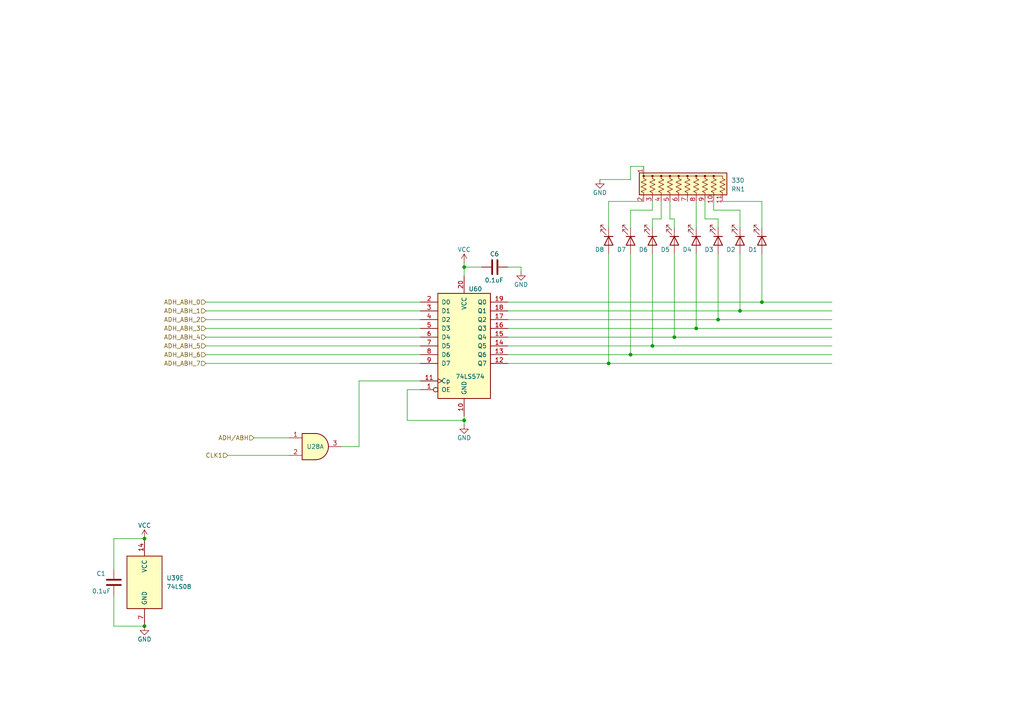
<source format=kicad_sch>
(kicad_sch (version 20230121) (generator eeschema)
  (paper "A4")
  (title_block (title "Address Bus High Register (ABH)") (date "2023-07-20") (rev "1"))
  (lib_symbols
    (symbol "74xx:74LS08" (pin_names (offset 1.016))
      (property "Reference" "U" (at 0 1.27 0))
      (property "Value" "74LS08" (at 0 -1.27 0))
      (symbol "74LS08_1_1"
        (arc (start 0 -3.81) (mid 3.7934 0) (end 0 3.81) (stroke (width 0.254)) (fill (type background)))
        (polyline (pts (xy 0 3.81) (xy -3.81 3.81) (xy -3.81 -3.81) (xy 0 -3.81)) (stroke (width 0.254)) (fill (type background)))
        (pin input line (at -7.62 2.54 0) (length 3.81) (name "~") (number "1"))
        (pin input line (at -7.62 -2.54 0) (length 3.81) (name "~") (number "2"))
        (pin output line (at 7.62 0 180) (length 3.81) (name "~") (number "3"))
      )
      (symbol "74LS08_1_2"
        (arc (start -3.81 -3.81) (mid -2.589 0) (end -3.81 3.81) (stroke (width 0.254)))
        (arc (start -0.6096 -3.81) (mid 2.1842 -2.5851) (end 3.81 0) (stroke (width 0.254)) (fill (type background)))
        (polyline (pts (xy -3.81 -3.81) (xy -0.635 -3.81)) (stroke (width 0.254)) (fill (type background)))
        (polyline (pts (xy -3.81 3.81) (xy -0.635 3.81)) (stroke (width 0.254)) (fill (type background)))
        (polyline (pts (xy -0.635 3.81) (xy -3.81 3.81) (xy -3.81 3.81) (xy -3.556 3.4036) (xy -3.0226 2.2606) (xy -2.6924 1.0414) (xy -2.6162 -0.254) (xy -2.7686 -1.4986) (xy -3.175 -2.7178) (xy -3.81 -3.81) (xy -3.81 -3.81) (xy -0.635 -3.81)) (stroke (width -25.4)) (fill (type background)))
        (arc (start 3.81 0) (mid 2.1915 2.5936) (end -0.6096 3.81) (stroke (width 0.254)) (fill (type background)))
        (pin input inverted (at -7.62 2.54 0) (length 4.318) (name "~") (number "1"))
        (pin input inverted (at -7.62 -2.54 0) (length 4.318) (name "~") (number "2"))
        (pin output inverted (at 7.62 0 180) (length 3.81) (name "~") (number "3"))
      )
      (symbol "74LS08_2_1"
        (arc (start 0 -3.81) (mid 3.7934 0) (end 0 3.81) (stroke (width 0.254)) (fill (type background)))
        (polyline (pts (xy 0 3.81) (xy -3.81 3.81) (xy -3.81 -3.81) (xy 0 -3.81)) (stroke (width 0.254)) (fill (type background)))
        (pin input line (at -7.62 2.54 0) (length 3.81) (name "~") (number "4"))
        (pin input line (at -7.62 -2.54 0) (length 3.81) (name "~") (number "5"))
        (pin output line (at 7.62 0 180) (length 3.81) (name "~") (number "6"))
      )
      (symbol "74LS08_2_2"
        (arc (start -3.81 -3.81) (mid -2.589 0) (end -3.81 3.81) (stroke (width 0.254)))
        (arc (start -0.6096 -3.81) (mid 2.1842 -2.5851) (end 3.81 0) (stroke (width 0.254)) (fill (type background)))
        (polyline (pts (xy -3.81 -3.81) (xy -0.635 -3.81)) (stroke (width 0.254)) (fill (type background)))
        (polyline (pts (xy -3.81 3.81) (xy -0.635 3.81)) (stroke (width 0.254)) (fill (type background)))
        (polyline (pts (xy -0.635 3.81) (xy -3.81 3.81) (xy -3.81 3.81) (xy -3.556 3.4036) (xy -3.0226 2.2606) (xy -2.6924 1.0414) (xy -2.6162 -0.254) (xy -2.7686 -1.4986) (xy -3.175 -2.7178) (xy -3.81 -3.81) (xy -3.81 -3.81) (xy -0.635 -3.81)) (stroke (width -25.4)) (fill (type background)))
        (arc (start 3.81 0) (mid 2.1915 2.5936) (end -0.6096 3.81) (stroke (width 0.254)) (fill (type background)))
        (pin input inverted (at -7.62 2.54 0) (length 4.318) (name "~") (number "4"))
        (pin input inverted (at -7.62 -2.54 0) (length 4.318) (name "~") (number "5"))
        (pin output inverted (at 7.62 0 180) (length 3.81) (name "~") (number "6"))
      )
      (symbol "74LS08_3_1"
        (arc (start 0 -3.81) (mid 3.7934 0) (end 0 3.81) (stroke (width 0.254)) (fill (type background)))
        (polyline (pts (xy 0 3.81) (xy -3.81 3.81) (xy -3.81 -3.81) (xy 0 -3.81)) (stroke (width 0.254)) (fill (type background)))
        (pin input line (at -7.62 -2.54 0) (length 3.81) (name "~") (number "10"))
        (pin output line (at 7.62 0 180) (length 3.81) (name "~") (number "8"))
        (pin input line (at -7.62 2.54 0) (length 3.81) (name "~") (number "9"))
      )
      (symbol "74LS08_3_2"
        (arc (start -3.81 -3.81) (mid -2.589 0) (end -3.81 3.81) (stroke (width 0.254)))
        (arc (start -0.6096 -3.81) (mid 2.1842 -2.5851) (end 3.81 0) (stroke (width 0.254)) (fill (type background)))
        (polyline (pts (xy -3.81 -3.81) (xy -0.635 -3.81)) (stroke (width 0.254)) (fill (type background)))
        (polyline (pts (xy -3.81 3.81) (xy -0.635 3.81)) (stroke (width 0.254)) (fill (type background)))
        (polyline (pts (xy -0.635 3.81) (xy -3.81 3.81) (xy -3.81 3.81) (xy -3.556 3.4036) (xy -3.0226 2.2606) (xy -2.6924 1.0414) (xy -2.6162 -0.254) (xy -2.7686 -1.4986) (xy -3.175 -2.7178) (xy -3.81 -3.81) (xy -3.81 -3.81) (xy -0.635 -3.81)) (stroke (width -25.4)) (fill (type background)))
        (arc (start 3.81 0) (mid 2.1915 2.5936) (end -0.6096 3.81) (stroke (width 0.254)) (fill (type background)))
        (pin input inverted (at -7.62 -2.54 0) (length 4.318) (name "~") (number "10"))
        (pin output inverted (at 7.62 0 180) (length 3.81) (name "~") (number "8"))
        (pin input inverted (at -7.62 2.54 0) (length 4.318) (name "~") (number "9"))
      )
      (symbol "74LS08_4_1"
        (arc (start 0 -3.81) (mid 3.7934 0) (end 0 3.81) (stroke (width 0.254)) (fill (type background)))
        (polyline (pts (xy 0 3.81) (xy -3.81 3.81) (xy -3.81 -3.81) (xy 0 -3.81)) (stroke (width 0.254)) (fill (type background)))
        (pin output line (at 7.62 0 180) (length 3.81) (name "~") (number "11"))
        (pin input line (at -7.62 2.54 0) (length 3.81) (name "~") (number "12"))
        (pin input line (at -7.62 -2.54 0) (length 3.81) (name "~") (number "13"))
      )
      (symbol "74LS08_4_2"
        (arc (start -3.81 -3.81) (mid -2.589 0) (end -3.81 3.81) (stroke (width 0.254)))
        (arc (start -0.6096 -3.81) (mid 2.1842 -2.5851) (end 3.81 0) (stroke (width 0.254)) (fill (type background)))
        (polyline (pts (xy -3.81 -3.81) (xy -0.635 -3.81)) (stroke (width 0.254)) (fill (type background)))
        (polyline (pts (xy -3.81 3.81) (xy -0.635 3.81)) (stroke (width 0.254)) (fill (type background)))
        (polyline (pts (xy -0.635 3.81) (xy -3.81 3.81) (xy -3.81 3.81) (xy -3.556 3.4036) (xy -3.0226 2.2606) (xy -2.6924 1.0414) (xy -2.6162 -0.254) (xy -2.7686 -1.4986) (xy -3.175 -2.7178) (xy -3.81 -3.81) (xy -3.81 -3.81) (xy -0.635 -3.81)) (stroke (width -25.4)) (fill (type background)))
        (arc (start 3.81 0) (mid 2.1915 2.5936) (end -0.6096 3.81) (stroke (width 0.254)) (fill (type background)))
        (pin output inverted (at 7.62 0 180) (length 3.81) (name "~") (number "11"))
        (pin input inverted (at -7.62 2.54 0) (length 4.318) (name "~") (number "12"))
        (pin input inverted (at -7.62 -2.54 0) (length 4.318) (name "~") (number "13"))
      )
      (symbol "74LS08_5_0"
        (pin power_in line (at 0 12.7 270) (length 5.08) (name "VCC") (number "14"))
        (pin power_in line (at 0 -12.7 90) (length 5.08) (name "GND") (number "7"))
      )
      (symbol "74LS08_5_1"
        (rectangle (start -5.08 7.62) (end 5.08 -7.62) (stroke (width 0.254)) (fill (type background)))
      )
    )
    (symbol "74xx:74LS574" (pin_names (offset 1.016))
      (property "Reference" "U" (at -7.62 16.51 0))
      (property "Value" "74LS574" (at -7.62 -16.51 0))
      (symbol "74LS574_1_0"
        (pin input inverted (at -12.7 -12.7 0) (length 5.08) (name "OE") (number "1"))
        (pin power_in line (at 0 -20.32 90) (length 5.08) (name "GND") (number "10"))
        (pin input clock (at -12.7 -10.16 0) (length 5.08) (name "Cp") (number "11"))
        (pin tri_state line (at 12.7 -5.08 180) (length 5.08) (name "Q7") (number "12"))
        (pin tri_state line (at 12.7 -2.54 180) (length 5.08) (name "Q6") (number "13"))
        (pin tri_state line (at 12.7 0 180) (length 5.08) (name "Q5") (number "14"))
        (pin tri_state line (at 12.7 2.54 180) (length 5.08) (name "Q4") (number "15"))
        (pin tri_state line (at 12.7 5.08 180) (length 5.08) (name "Q3") (number "16"))
        (pin tri_state line (at 12.7 7.62 180) (length 5.08) (name "Q2") (number "17"))
        (pin tri_state line (at 12.7 10.16 180) (length 5.08) (name "Q1") (number "18"))
        (pin tri_state line (at 12.7 12.7 180) (length 5.08) (name "Q0") (number "19"))
        (pin input line (at -12.7 12.7 0) (length 5.08) (name "D0") (number "2"))
        (pin power_in line (at 0 20.32 270) (length 5.08) (name "VCC") (number "20"))
        (pin input line (at -12.7 10.16 0) (length 5.08) (name "D1") (number "3"))
        (pin input line (at -12.7 7.62 0) (length 5.08) (name "D2") (number "4"))
        (pin input line (at -12.7 5.08 0) (length 5.08) (name "D3") (number "5"))
        (pin input line (at -12.7 2.54 0) (length 5.08) (name "D4") (number "6"))
        (pin input line (at -12.7 0 0) (length 5.08) (name "D5") (number "7"))
        (pin input line (at -12.7 -2.54 0) (length 5.08) (name "D6") (number "8"))
        (pin input line (at -12.7 -5.08 0) (length 5.08) (name "D7") (number "9"))
      )
      (symbol "74LS574_1_1"
        (rectangle (start -7.62 15.24) (end 7.62 -15.24) (stroke (width 0.254)) (fill (type background)))
      )
    )
    (symbol "Device:C" (pin_numbers hide) (pin_names (offset 0.254))
      (property "Reference" "C" (at 0.635 2.54 0))
      (property "Value" "C" (at 0.635 -2.54 0))
      (symbol "C_0_1"
        (polyline (pts (xy -2.032 -0.762) (xy 2.032 -0.762)) (stroke (width 0.508)))
        (polyline (pts (xy -2.032 0.762) (xy 2.032 0.762)) (stroke (width 0.508)))
      )
      (symbol "C_1_1"
        (pin passive line (at 0 3.81 270) (length 2.794) (name "~") (number "1"))
        (pin passive line (at 0 -3.81 90) (length 2.794) (name "~") (number "2"))
      )
    )
    (symbol "Device:LED" (pin_numbers hide) (pin_names (offset 1.016) hide)
      (property "Reference" "D" (at 0 2.54 0))
      (property "Value" "LED" (at 0 -2.54 0))
      (symbol "LED_0_1"
        (polyline (pts (xy -1.27 -1.27) (xy -1.27 1.27)) (stroke (width 0.254)))
        (polyline (pts (xy -1.27 0) (xy 1.27 0)))
        (polyline (pts (xy 1.27 -1.27) (xy 1.27 1.27) (xy -1.27 0) (xy 1.27 -1.27)) (stroke (width 0.254)))
        (polyline (pts (xy -3.048 -0.762) (xy -4.572 -2.286) (xy -3.81 -2.286) (xy -4.572 -2.286) (xy -4.572 -1.524)))
        (polyline (pts (xy -1.778 -0.762) (xy -3.302 -2.286) (xy -2.54 -2.286) (xy -3.302 -2.286) (xy -3.302 -1.524)))
      )
      (symbol "LED_1_1"
        (pin passive line (at -3.81 0 0) (length 2.54) (name "K") (number "1"))
        (pin passive line (at 3.81 0 180) (length 2.54) (name "A") (number "2"))
      )
    )
    (symbol "Device:R_Network10_US" (pin_names (offset 0) hide)
      (property "Reference" "RN" (at -15.24 0 90))
      (property "Value" "R_Network10_US" (at 12.7 0 90))
      (symbol "R_Network10_US_0_1"
        (rectangle (start -13.97 -3.175) (end 11.43 3.175) (stroke (width 0.254)) (fill (type background)))
        (circle (center -12.7 2.286) (radius 0.254) (fill (type outline)))
        (circle (center -10.16 2.286) (radius 0.254) (fill (type outline)))
        (circle (center -7.62 2.286) (radius 0.254) (fill (type outline)))
        (circle (center -5.08 2.286) (radius 0.254) (fill (type outline)))
        (circle (center -2.54 2.286) (radius 0.254) (fill (type outline)))
        (polyline (pts (xy -12.7 2.286) (xy 10.16 2.286)))
        (polyline (pts (xy -12.7 2.286) (xy -12.7 1.524) (xy -11.938 1.1684) (xy -13.462 0.508) (xy -11.938 -0.1524) (xy -13.462 -0.8382) (xy -11.938 -1.524) (xy -13.462 -2.1844) (xy -12.7 -2.54) (xy -12.7 -3.81)))
        (polyline (pts (xy -10.16 2.286) (xy -10.16 1.524) (xy -9.398 1.1684) (xy -10.922 0.508) (xy -9.398 -0.1524) (xy -10.922 -0.8382) (xy -9.398 -1.524) (xy -10.922 -2.1844) (xy -10.16 -2.54) (xy -10.16 -3.81)))
        (polyline (pts (xy -7.62 2.286) (xy -7.62 1.524) (xy -6.858 1.1684) (xy -8.382 0.508) (xy -6.858 -0.1524) (xy -8.382 -0.8382) (xy -6.858 -1.524) (xy -8.382 -2.1844) (xy -7.62 -2.54) (xy -7.62 -3.81)))
        (polyline (pts (xy -5.08 2.286) (xy -5.08 1.524) (xy -4.318 1.1684) (xy -5.842 0.508) (xy -4.318 -0.1524) (xy -5.842 -0.8382) (xy -4.318 -1.524) (xy -5.842 -2.1844) (xy -5.08 -2.54) (xy -5.08 -3.81)))
        (polyline (pts (xy -2.54 2.286) (xy -2.54 1.524) (xy -1.778 1.1684) (xy -3.302 0.508) (xy -1.778 -0.1524) (xy -3.302 -0.8382) (xy -1.778 -1.524) (xy -3.302 -2.1844) (xy -2.54 -2.54) (xy -2.54 -3.81)))
        (polyline (pts (xy 0 2.286) (xy 0 1.524) (xy 0.762 1.1684) (xy -0.762 0.508) (xy 0.762 -0.1524) (xy -0.762 -0.8382) (xy 0.762 -1.524) (xy -0.762 -2.1844) (xy 0 -2.54) (xy 0 -3.81)))
        (polyline (pts (xy 2.54 2.286) (xy 2.54 1.524) (xy 3.302 1.1684) (xy 1.778 0.508) (xy 3.302 -0.1524) (xy 1.778 -0.8382) (xy 3.302 -1.524) (xy 1.778 -2.1844) (xy 2.54 -2.54) (xy 2.54 -3.81)))
        (polyline (pts (xy 5.08 2.286) (xy 5.08 1.524) (xy 5.842 1.1684) (xy 4.318 0.508) (xy 5.842 -0.1524) (xy 4.318 -0.8382) (xy 5.842 -1.524) (xy 4.318 -2.1844) (xy 5.08 -2.54) (xy 5.08 -3.81)))
        (polyline (pts (xy 7.62 2.286) (xy 7.62 1.524) (xy 8.382 1.1684) (xy 6.858 0.508) (xy 8.382 -0.1524) (xy 6.858 -0.8382) (xy 8.382 -1.524) (xy 6.858 -2.1844) (xy 7.62 -2.54) (xy 7.62 -3.81)))
        (polyline (pts (xy 10.16 2.286) (xy 10.16 1.524) (xy 10.922 1.1684) (xy 9.398 0.508) (xy 10.922 -0.1524) (xy 9.398 -0.8382) (xy 10.922 -1.524) (xy 9.398 -2.1844) (xy 10.16 -2.54) (xy 10.16 -3.81)))
        (circle (center 0 2.286) (radius 0.254) (fill (type outline)))
        (circle (center 2.54 2.286) (radius 0.254) (fill (type outline)))
        (circle (center 5.08 2.286) (radius 0.254) (fill (type outline)))
        (circle (center 7.62 2.286) (radius 0.254) (fill (type outline)))
      )
      (symbol "R_Network10_US_1_1"
        (pin passive line (at -12.7 5.08 270) (length 2.54) (name "common") (number "1"))
        (pin passive line (at 7.62 -5.08 90) (length 1.27) (name "R9") (number "10"))
        (pin passive line (at 10.16 -5.08 90) (length 1.27) (name "R10") (number "11"))
        (pin passive line (at -12.7 -5.08 90) (length 1.27) (name "R1") (number "2"))
        (pin passive line (at -10.16 -5.08 90) (length 1.27) (name "R2") (number "3"))
        (pin passive line (at -7.62 -5.08 90) (length 1.27) (name "R3") (number "4"))
        (pin passive line (at -5.08 -5.08 90) (length 1.27) (name "R4") (number "5"))
        (pin passive line (at -2.54 -5.08 90) (length 1.27) (name "R5") (number "6"))
        (pin passive line (at 0 -5.08 90) (length 1.27) (name "R6") (number "7"))
        (pin passive line (at 2.54 -5.08 90) (length 1.27) (name "R7") (number "8"))
        (pin passive line (at 5.08 -5.08 90) (length 1.27) (name "R8") (number "9"))
      )
    )
    (symbol "power:GND" (power) (pin_names (offset 0))
      (property "Value" "GND" (at 0 -3.81 0))
      (symbol "GND_0_1"
        (polyline (pts (xy 0 0) (xy 0 -1.27) (xy 1.27 -1.27) (xy 0 -2.54) (xy -1.27 -1.27) (xy 0 -1.27)))
      )
      (symbol "GND_1_1"
        (pin power_in line (at 0 0 270) (length 0) hide (name "GND") (number "1"))
      )
    )
    (symbol "power:VCC" (power) (pin_names (offset 0))
      (property "Value" "VCC" (at 0 3.81 0))
      (symbol "VCC_0_1"
        (polyline (pts (xy -0.762 1.27) (xy 0 2.54)))
        (polyline (pts (xy 0 0) (xy 0 2.54)))
        (polyline (pts (xy 0 2.54) (xy 0.762 1.27)))
      )
      (symbol "VCC_1_1"
        (pin power_in line (at 0 0 90) (length 0) hide (name "VCC") (number "1"))
      )
    )
  )
  (junction (at 134.62 77.47))
  (junction (at 201.93 95.25))
  (junction (at 134.62 121.92))
  (junction (at 182.88 102.87))
  (junction (at 41.91 156.21))
  (junction (at 41.91 181.61))
  (junction (at 214.63 90.17))
  (junction (at 208.28 92.71))
  (junction (at 176.53 105.41))
  (junction (at 189.23 100.33))
  (junction (at 195.58 97.79))
  (junction (at 220.98 87.63))
  (wire (pts (xy 147.32 90.17) (xy 214.63 90.17)))
  (wire (pts (xy 59.69 90.17) (xy 121.92 90.17)))
  (wire (pts (xy 33.02 156.21) (xy 41.91 156.21)))
  (wire (pts (xy 195.58 97.79) (xy 241.3 97.79)))
  (wire (pts (xy 220.98 73.66) (xy 220.98 87.63)))
  (wire (pts (xy 194.31 63.5) (xy 194.31 58.42)))
  (wire (pts (xy 147.32 87.63) (xy 220.98 87.63)))
  (wire (pts (xy 59.69 97.79) (xy 121.92 97.79)))
  (wire (pts (xy 204.47 63.5) (xy 208.28 63.5)))
  (wire (pts (xy 220.98 58.42) (xy 220.98 66.04)))
  (wire (pts (xy 191.77 58.42) (xy 191.77 63.5)))
  (wire (pts (xy 33.02 172.72) (xy 33.02 181.61)))
  (wire (pts (xy 134.62 77.47) (xy 134.62 80.01)))
  (wire (pts (xy 209.55 58.42) (xy 220.98 58.42)))
  (wire (pts (xy 147.32 92.71) (xy 208.28 92.71)))
  (wire (pts (xy 147.32 77.47) (xy 151.13 77.47)))
  (wire (pts (xy 33.02 165.1) (xy 33.02 156.21)))
  (wire (pts (xy 147.32 105.41) (xy 176.53 105.41)))
  (wire (pts (xy 189.23 63.5) (xy 189.23 66.04)))
  (wire (pts (xy 207.01 60.96) (xy 214.63 60.96)))
  (wire (pts (xy 189.23 60.96) (xy 189.23 58.42)))
  (wire (pts (xy 59.69 92.71) (xy 121.92 92.71)))
  (wire (pts (xy 118.11 113.03) (xy 118.11 121.92)))
  (wire (pts (xy 189.23 73.66) (xy 189.23 100.33)))
  (wire (pts (xy 151.13 77.47) (xy 151.13 78.74)))
  (wire (pts (xy 186.69 58.42) (xy 176.53 58.42)))
  (wire (pts (xy 147.32 97.79) (xy 195.58 97.79)))
  (wire (pts (xy 214.63 60.96) (xy 214.63 66.04)))
  (wire (pts (xy 134.62 77.47) (xy 139.7 77.47)))
  (wire (pts (xy 201.93 58.42) (xy 201.93 66.04)))
  (wire (pts (xy 173.99 52.07) (xy 182.88 52.07)))
  (wire (pts (xy 59.69 87.63) (xy 121.92 87.63)))
  (wire (pts (xy 204.47 58.42) (xy 204.47 63.5)))
  (wire (pts (xy 134.62 121.92) (xy 134.62 120.65)))
  (wire (pts (xy 182.88 60.96) (xy 182.88 66.04)))
  (wire (pts (xy 147.32 100.33) (xy 189.23 100.33)))
  (wire (pts (xy 33.02 181.61) (xy 41.91 181.61)))
  (wire (pts (xy 182.88 52.07) (xy 182.88 48.26)))
  (wire (pts (xy 66.04 132.08) (xy 83.82 132.08)))
  (wire (pts (xy 208.28 63.5) (xy 208.28 66.04)))
  (wire (pts (xy 207.01 60.96) (xy 207.01 58.42)))
  (wire (pts (xy 176.53 73.66) (xy 176.53 105.41)))
  (wire (pts (xy 220.98 87.63) (xy 241.3 87.63)))
  (wire (pts (xy 182.88 73.66) (xy 182.88 102.87)))
  (wire (pts (xy 214.63 90.17) (xy 241.3 90.17)))
  (wire (pts (xy 104.14 110.49) (xy 121.92 110.49)))
  (wire (pts (xy 147.32 95.25) (xy 201.93 95.25)))
  (wire (pts (xy 208.28 73.66) (xy 208.28 92.71)))
  (wire (pts (xy 99.06 129.54) (xy 104.14 129.54)))
  (wire (pts (xy 182.88 102.87) (xy 241.3 102.87)))
  (wire (pts (xy 208.28 92.71) (xy 241.3 92.71)))
  (wire (pts (xy 104.14 110.49) (xy 104.14 129.54)))
  (wire (pts (xy 134.62 123.19) (xy 134.62 121.92)))
  (wire (pts (xy 59.69 95.25) (xy 121.92 95.25)))
  (wire (pts (xy 214.63 73.66) (xy 214.63 90.17)))
  (wire (pts (xy 182.88 48.26) (xy 186.69 48.26)))
  (wire (pts (xy 189.23 60.96) (xy 182.88 60.96)))
  (wire (pts (xy 176.53 58.42) (xy 176.53 66.04)))
  (wire (pts (xy 195.58 63.5) (xy 194.31 63.5)))
  (wire (pts (xy 147.32 102.87) (xy 182.88 102.87)))
  (wire (pts (xy 59.69 105.41) (xy 121.92 105.41)))
  (wire (pts (xy 189.23 100.33) (xy 241.3 100.33)))
  (wire (pts (xy 195.58 73.66) (xy 195.58 97.79)))
  (wire (pts (xy 59.69 102.87) (xy 121.92 102.87)))
  (wire (pts (xy 134.62 76.2) (xy 134.62 77.47)))
  (wire (pts (xy 201.93 95.25) (xy 241.3 95.25)))
  (wire (pts (xy 191.77 63.5) (xy 189.23 63.5)))
  (wire (pts (xy 59.69 100.33) (xy 121.92 100.33)))
  (wire (pts (xy 201.93 73.66) (xy 201.93 95.25)))
  (wire (pts (xy 176.53 105.41) (xy 241.3 105.41)))
  (wire (pts (xy 195.58 66.04) (xy 195.58 63.5)))
  (wire (pts (xy 73.66 127) (xy 83.82 127)))
  (wire (pts (xy 118.11 121.92) (xy 134.62 121.92)))
  (wire (pts (xy 121.92 113.03) (xy 118.11 113.03)))
  (hierarchical_label "ADH_ABH_1" (shape input) (at 59.69 90.17 180))
  (hierarchical_label "CLK1" (shape input) (at 66.04 132.08 180))
  (hierarchical_label "ADH_ABH_6" (shape input) (at 59.7205 102.87 180))
  (hierarchical_label "ADH{slash}ABH" (shape input) (at 73.66 127 180))
  (hierarchical_label "ADH_ABH_3" (shape input) (at 59.69 95.25 180))
  (hierarchical_label "ADH_ABH_7" (shape input) (at 59.69 105.41 180))
  (hierarchical_label "ADH_ABH_5" (shape input) (at 59.69 100.33 180))
  (hierarchical_label "ADH_ABH_4" (shape input) (at 59.69 97.79 180))
  (hierarchical_label "ADH_ABH_0" (shape input) (at 59.69 87.63 180))
  (hierarchical_label "ADH_ABH_2" (shape input) (at 59.69 92.71 180))
  (symbol (lib_id "Device:R_Network10_US") (at 199.39 53.34 0) (unit 1)
    (property "Reference" "RN1" (at 212.09 54.864 0) (effects (justify left)))
    (property "Value" "330" (at 212.09 52.324 0) (effects (justify left)))
    (property "Footprint" "Resistor_THT:R_Array_SIP11" (effects hide))
    (property "Datasheet" "http://www.vishay.com/docs/31509/csc.pdf" (effects hide))
    (instances (project "8bit_CPU-V0_1" (path "" (reference "RN1") (unit 1)) (path "" (reference "RN4") (unit 1)) (path "" (reference "RN7") (unit 1)) (path "" (reference "RN8") (unit 1)) (path "" (reference "RN9") (unit 1))))
  )
  (symbol (lib_id "power:GND") (at 134.62 123.19 0) (unit 1)
    (property "Reference" "#PWR05" (effects hide))
    (property "Value" "GND" (at 134.62 127 0))
    (instances (project "8bit_CPU-V0_1" (path "" (reference "#PWR05") (unit 1)) (path "" (reference "#PWR029") (unit 1)) (path "" (reference "#PWR057") (unit 1)) (path "" (reference "#PWR0203") (unit 1)) (path "" (reference "#PWR0205") (unit 1)) (path "" (reference "#PWR0235") (unit 1)) (path "" (reference "#PWR0239") (unit 1))))
  )
  (symbol (lib_id "Device:C") (at 143.51 77.47 90) (unit 1)
    (property "Reference" "C6" (at 144.78 73.66 90) (effects (justify left)))
    (property "Value" "0.1uF" (at 146.05 81.28 90) (effects (justify left)))
    (instances (project "8bit_CPU-V0_1" (path "" (reference "C6") (unit 1)) (path "" (reference "C12") (unit 1)) (path "" (reference "C56") (unit 1)) (path "" (reference "C46") (unit 1)) (path "" (reference "C62") (unit 1)) (path "" (reference "C79") (unit 1)) (path "" (reference "C80") (unit 1))))
  )
  (symbol (lib_id "74xx:74LS08") (at 91.44 129.54 0) (unit 1)
    (property "Reference" "U28" (at 91.44 129.54 0))
    (property "Value" "74LS08" (effects hide))
    (property "Datasheet" "http://www.ti.com/lit/gpn/sn74LS08" (effects hide))
    (instances (project "8bit_CPU-V0_1" (path "" (reference "U28") (unit 1)) (path "" (reference "U81") (unit 2))))
  )
  (symbol (lib_id "74xx:74LS08") (at 41.91 168.91 0) (unit 5)
    (property "Reference" "U39" (at 48.26 167.64 0) (effects (justify left)))
    (property "Value" "74LS08" (at 48.26 170.18 0) (effects (justify left)))
    (property "Datasheet" "http://www.ti.com/lit/gpn/sn74LS08" (effects hide))
    (instances (project "8bit_CPU-V0_1" (path "" (reference "U39") (unit 5)) (path "" (reference "U81") (unit 5))))
  )
  (symbol (lib_id "Device:LED") (at 195.58 69.85 270) (unit 1)
    (property "Reference" "D5" (at 194.31 72.39 90) (effects (justify right)))
    (property "Value" "LED" (effects hide))
    (instances (project "8bit_CPU-V0_1" (path "" (reference "D5") (unit 1)) (path "" (reference "D21") (unit 1)) (path "" (reference "D47") (unit 1)) (path "" (reference "D55") (unit 1)) (path "" (reference "D63") (unit 1))))
  )
  (symbol (lib_id "Device:LED") (at 220.98 69.85 270) (unit 1)
    (property "Reference" "D1" (at 219.71 72.39 90) (effects (justify right)))
    (property "Value" "LED" (effects hide))
    (instances (project "8bit_CPU-V0_1" (path "" (reference "D1") (unit 1)) (path "" (reference "D17") (unit 1)) (path "" (reference "D51") (unit 1)) (path "" (reference "D59") (unit 1)) (path "" (reference "D67") (unit 1))))
  )
  (symbol (lib_id "power:GND") (at 41.91 181.61 0) (unit 1)
    (property "Reference" "#PWR05" (effects hide))
    (property "Value" "GND" (at 41.91 185.42 0))
    (instances (project "8bit_CPU-V0_1" (path "" (reference "#PWR05") (unit 1)) (path "" (reference "#PWR029") (unit 1)) (path "" (reference "#PWR061") (unit 1)) (path "" (reference "#PWR071") (unit 1)) (path "" (reference "#PWR073") (unit 1)) (path "" (reference "#PWR085") (unit 1)) (path "" (reference "#PWR0101") (unit 1)) (path "" (reference "#PWR0281") (unit 1))))
  )
  (symbol (lib_id "power:VCC") (at 134.62 76.2 0) (unit 1)
    (property "Reference" "#PWR016" (effects hide))
    (property "Value" "VCC" (at 134.62 72.39 0))
    (instances (project "8bit_CPU-V0_1" (path "" (reference "#PWR016") (unit 1)) (path "" (reference "#PWR035") (unit 1)) (path "" (reference "#PWR0158") (unit 1)) (path "" (reference "#PWR0194") (unit 1)) (path "" (reference "#PWR0208") (unit 1)) (path "" (reference "#PWR0234") (unit 1)) (path "" (reference "#PWR0238") (unit 1))))
  )
  (symbol (lib_id "Device:LED") (at 176.53 69.85 270) (unit 1)
    (property "Reference" "D8" (at 175.26 72.39 90) (effects (justify right)))
    (property "Value" "LED" (effects hide))
    (instances (project "8bit_CPU-V0_1" (path "" (reference "D8") (unit 1)) (path "" (reference "D24") (unit 1)) (path "" (reference "D44") (unit 1)) (path "" (reference "D52") (unit 1)) (path "" (reference "D60") (unit 1))))
  )
  (symbol (lib_id "Device:LED") (at 208.28 69.85 270) (unit 1)
    (property "Reference" "D3" (at 207.01 72.39 90) (effects (justify right)))
    (property "Value" "LED" (effects hide))
    (instances (project "8bit_CPU-V0_1" (path "" (reference "D3") (unit 1)) (path "" (reference "D19") (unit 1)) (path "" (reference "D49") (unit 1)) (path "" (reference "D57") (unit 1)) (path "" (reference "D65") (unit 1))))
  )
  (symbol (lib_id "Device:LED") (at 214.63 69.85 270) (unit 1)
    (property "Reference" "D2" (at 213.36 72.39 90) (effects (justify right)))
    (property "Value" "LED" (effects hide))
    (instances (project "8bit_CPU-V0_1" (path "" (reference "D2") (unit 1)) (path "" (reference "D18") (unit 1)) (path "" (reference "D50") (unit 1)) (path "" (reference "D58") (unit 1)) (path "" (reference "D66") (unit 1))))
  )
  (symbol (lib_id "Device:LED") (at 201.93 69.85 270) (unit 1)
    (property "Reference" "D4" (at 200.66 72.39 90) (effects (justify right)))
    (property "Value" "LED" (effects hide))
    (instances (project "8bit_CPU-V0_1" (path "" (reference "D4") (unit 1)) (path "" (reference "D20") (unit 1)) (path "" (reference "D48") (unit 1)) (path "" (reference "D56") (unit 1)) (path "" (reference "D64") (unit 1))))
  )
  (symbol (lib_id "74xx:74LS574") (at 134.62 100.33 0) (unit 1)
    (property "Reference" "U60" (at 135.89 83.82 0) (effects (justify left)))
    (property "Value" "74LS574" (at 132.08 109.22 0) (effects (justify left)))
    (property "Datasheet" "http://www.ti.com/lit/gpn/sn74LS574" (effects hide))
    (instances (project "8bit_CPU-V0_1" (path "" (reference "U60") (unit 1)) (path "" (reference "U62") (unit 1)) (path "" (reference "U79") (unit 1)) (path "" (reference "U80") (unit 1))))
  )
  (symbol (lib_id "power:GND") (at 173.99 52.07 0) (unit 1)
    (property "Reference" "#PWR03" (effects hide))
    (property "Value" "GND" (at 173.99 55.88 0))
    (instances (project "8bit_CPU-V0_1" (path "" (reference "#PWR03") (unit 1)) (path "" (reference "#PWR0106") (unit 1)) (path "" (reference "#PWR0233") (unit 1)) (path "" (reference "#PWR0237") (unit 1)) (path "" (reference "#PWR0241") (unit 1))))
  )
  (symbol (lib_id "Device:C") (at 33.02 168.91 0) (unit 1)
    (property "Reference" "C1" (at 27.94 166.37 0) (effects (justify left)))
    (property "Value" "0.1uF" (at 26.67 171.45 0) (effects (justify left)))
    (instances (project "8bit_CPU-V0_1" (path "" (reference "C1") (unit 1)) (path "" (reference "C13") (unit 1)) (path "" (reference "C20") (unit 1)) (path "" (reference "C23") (unit 1)) (path "" (reference "C25") (unit 1)) (path "" (reference "C30") (unit 1)) (path "" (reference "C39") (unit 1)) (path "" (reference "C81") (unit 1))))
  )
  (symbol (lib_id "power:VCC") (at 41.91 156.21 0) (unit 1)
    (property "Reference" "#PWR06" (effects hide))
    (property "Value" "VCC" (at 41.91 152.4 0))
    (instances (project "8bit_CPU-V0_1" (path "" (reference "#PWR06") (unit 1)) (path "" (reference "#PWR028") (unit 1)) (path "" (reference "#PWR060") (unit 1)) (path "" (reference "#PWR070") (unit 1)) (path "" (reference "#PWR072") (unit 1)) (path "" (reference "#PWR084") (unit 1)) (path "" (reference "#PWR0100") (unit 1)) (path "" (reference "#PWR0280") (unit 1))))
  )
  (symbol (lib_id "power:GND") (at 151.13 78.74 0) (unit 1)
    (property "Reference" "#PWR017" (effects hide))
    (property "Value" "GND" (at 151.13 82.55 0))
    (instances (project "8bit_CPU-V0_1" (path "" (reference "#PWR017") (unit 1)) (path "" (reference "#PWR038") (unit 1)) (path "" (reference "#PWR0160") (unit 1)) (path "" (reference "#PWR0193") (unit 1)) (path "" (reference "#PWR0209") (unit 1)) (path "" (reference "#PWR0236") (unit 1)) (path "" (reference "#PWR0240") (unit 1))))
  )
  (symbol (lib_id "Device:LED") (at 182.88 69.85 270) (unit 1)
    (property "Reference" "D7" (at 181.61 72.39 90) (effects (justify right)))
    (property "Value" "LED" (effects hide))
    (instances (project "8bit_CPU-V0_1" (path "" (reference "D7") (unit 1)) (path "" (reference "D23") (unit 1)) (path "" (reference "D45") (unit 1)) (path "" (reference "D53") (unit 1)) (path "" (reference "D61") (unit 1))))
  )
  (symbol (lib_id "Device:LED") (at 189.23 69.85 270) (unit 1)
    (property "Reference" "D6" (at 187.96 72.39 90) (effects (justify right)))
    (property "Value" "LED" (effects hide))
    (instances (project "8bit_CPU-V0_1" (path "" (reference "D6") (unit 1)) (path "" (reference "D22") (unit 1)) (path "" (reference "D46") (unit 1)) (path "" (reference "D54") (unit 1)) (path "" (reference "D62") (unit 1))))
  )
)
</source>
